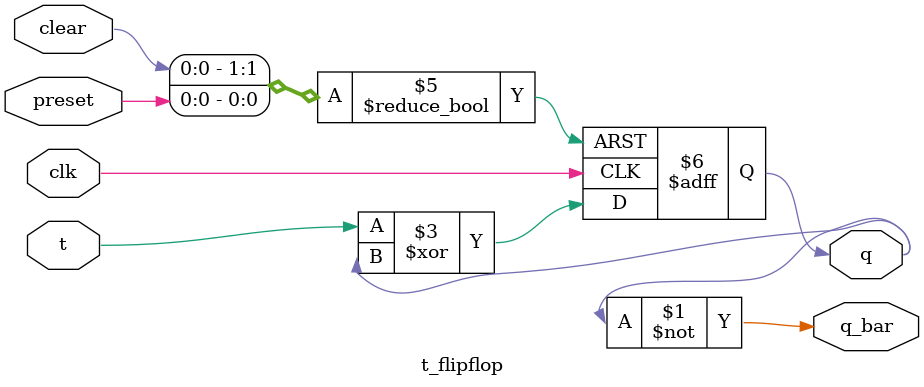
<source format=v>
module t_flipflop(
    input t,
    input clk,
    input preset,
    input clear,
    output reg q,
    output q_bar
);
    assign q_bar = ~q;

    always @(posedge clk, posedge preset, posedge clear) 
    begin
        if(preset) q<=1'b1;
        else if(clear) q<=1'b1;
        else q<=t^q;    
    end
endmodule
</source>
